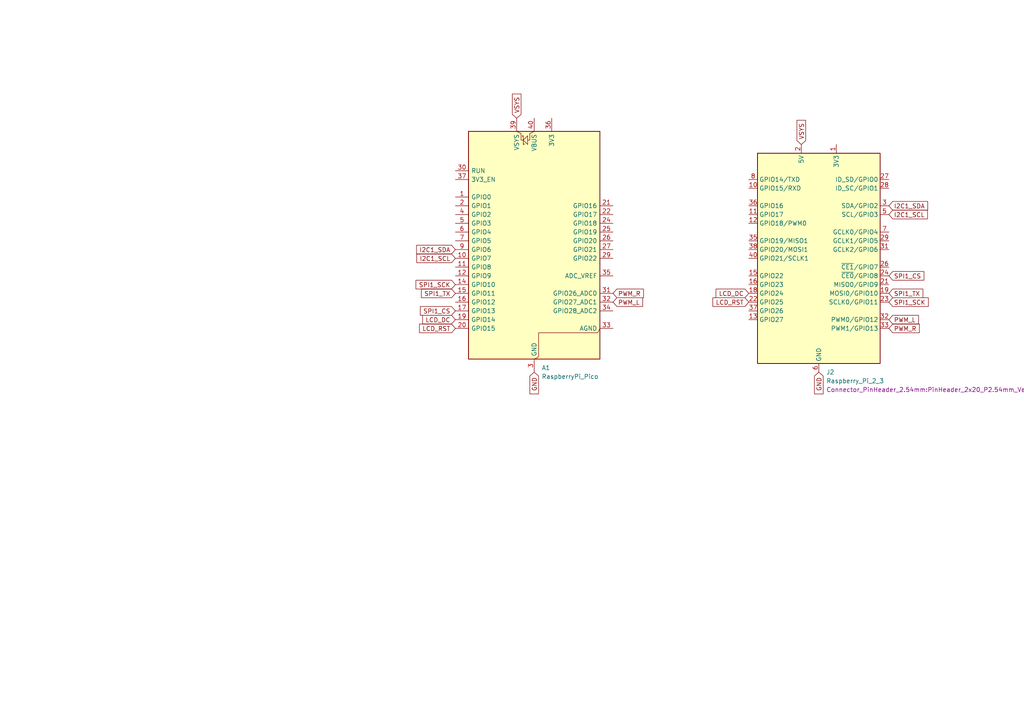
<source format=kicad_sch>
(kicad_sch
	(version 20250114)
	(generator "eeschema")
	(generator_version "9.0")
	(uuid "c5bdeabf-6487-4db8-9c1c-0d1931dcac2b")
	(paper "A4")
	(lib_symbols
		(symbol "MCU_Module:RaspberryPi_Pico"
			(pin_names
				(offset 0.762)
			)
			(exclude_from_sim no)
			(in_bom yes)
			(on_board yes)
			(property "Reference" "A"
				(at -19.05 35.56 0)
				(effects
					(font
						(size 1.27 1.27)
					)
					(justify left)
				)
			)
			(property "Value" "RaspberryPi_Pico"
				(at 7.62 35.56 0)
				(effects
					(font
						(size 1.27 1.27)
					)
					(justify left)
				)
			)
			(property "Footprint" "Module:RaspberryPi_Pico_Common_Unspecified"
				(at 0 -46.99 0)
				(effects
					(font
						(size 1.27 1.27)
					)
					(hide yes)
				)
			)
			(property "Datasheet" "https://datasheets.raspberrypi.com/pico/pico-datasheet.pdf"
				(at 0 -49.53 0)
				(effects
					(font
						(size 1.27 1.27)
					)
					(hide yes)
				)
			)
			(property "Description" "Versatile and inexpensive microcontroller module powered by RP2040 dual-core Arm Cortex-M0+ processor up to 133 MHz, 264kB SRAM, 2MB QSPI flash; also supports Raspberry Pi Pico 2"
				(at 0 -52.07 0)
				(effects
					(font
						(size 1.27 1.27)
					)
					(hide yes)
				)
			)
			(property "ki_keywords" "RP2350A M33 RISC-V Hazard3 usb"
				(at 0 0 0)
				(effects
					(font
						(size 1.27 1.27)
					)
					(hide yes)
				)
			)
			(property "ki_fp_filters" "RaspberryPi?Pico?Common* RaspberryPi?Pico?SMD*"
				(at 0 0 0)
				(effects
					(font
						(size 1.27 1.27)
					)
					(hide yes)
				)
			)
			(symbol "RaspberryPi_Pico_0_1"
				(rectangle
					(start -19.05 34.29)
					(end 19.05 -31.75)
					(stroke
						(width 0.254)
						(type default)
					)
					(fill
						(type background)
					)
				)
				(polyline
					(pts
						(xy -5.08 34.29) (xy -3.81 33.655) (xy -3.81 31.75) (xy -3.175 31.75)
					)
					(stroke
						(width 0)
						(type default)
					)
					(fill
						(type none)
					)
				)
				(polyline
					(pts
						(xy -3.429 32.766) (xy -3.429 33.02) (xy -3.175 33.02) (xy -3.175 30.48) (xy -2.921 30.48) (xy -2.921 30.734)
					)
					(stroke
						(width 0)
						(type default)
					)
					(fill
						(type none)
					)
				)
				(polyline
					(pts
						(xy -3.175 31.75) (xy -1.905 33.02) (xy -1.905 30.48) (xy -3.175 31.75)
					)
					(stroke
						(width 0)
						(type default)
					)
					(fill
						(type none)
					)
				)
				(polyline
					(pts
						(xy 0 34.29) (xy -1.27 33.655) (xy -1.27 31.75) (xy -1.905 31.75)
					)
					(stroke
						(width 0)
						(type default)
					)
					(fill
						(type none)
					)
				)
				(polyline
					(pts
						(xy 0 -31.75) (xy 1.27 -31.115) (xy 1.27 -24.13) (xy 18.415 -24.13) (xy 19.05 -22.86)
					)
					(stroke
						(width 0)
						(type default)
					)
					(fill
						(type none)
					)
				)
			)
			(symbol "RaspberryPi_Pico_1_1"
				(pin passive line
					(at -22.86 22.86 0)
					(length 3.81)
					(name "RUN"
						(effects
							(font
								(size 1.27 1.27)
							)
						)
					)
					(number "30"
						(effects
							(font
								(size 1.27 1.27)
							)
						)
					)
					(alternate "~{RESET}" passive line)
				)
				(pin passive line
					(at -22.86 20.32 0)
					(length 3.81)
					(name "3V3_EN"
						(effects
							(font
								(size 1.27 1.27)
							)
						)
					)
					(number "37"
						(effects
							(font
								(size 1.27 1.27)
							)
						)
					)
					(alternate "~{3V3_DISABLE}" passive line)
				)
				(pin bidirectional line
					(at -22.86 15.24 0)
					(length 3.81)
					(name "GPIO0"
						(effects
							(font
								(size 1.27 1.27)
							)
						)
					)
					(number "1"
						(effects
							(font
								(size 1.27 1.27)
							)
						)
					)
					(alternate "I2C0_SDA" bidirectional line)
					(alternate "PWM0_A" output line)
					(alternate "SPI0_RX" input line)
					(alternate "UART0_TX" output line)
					(alternate "USB_OVCUR_DET" input line)
				)
				(pin bidirectional line
					(at -22.86 12.7 0)
					(length 3.81)
					(name "GPIO1"
						(effects
							(font
								(size 1.27 1.27)
							)
						)
					)
					(number "2"
						(effects
							(font
								(size 1.27 1.27)
							)
						)
					)
					(alternate "I2C0_SCL" bidirectional clock)
					(alternate "PWM0_B" bidirectional line)
					(alternate "UART0_RX" input line)
					(alternate "USB_VBUS_DET" passive line)
					(alternate "~{SPI0_CSn}" bidirectional line)
				)
				(pin bidirectional line
					(at -22.86 10.16 0)
					(length 3.81)
					(name "GPIO2"
						(effects
							(font
								(size 1.27 1.27)
							)
						)
					)
					(number "4"
						(effects
							(font
								(size 1.27 1.27)
							)
						)
					)
					(alternate "I2C1_SDA" bidirectional line)
					(alternate "PWM1_A" output line)
					(alternate "SPI0_SCK" bidirectional clock)
					(alternate "UART0_CTS" input line)
					(alternate "USB_VBUS_EN" output line)
				)
				(pin bidirectional line
					(at -22.86 7.62 0)
					(length 3.81)
					(name "GPIO3"
						(effects
							(font
								(size 1.27 1.27)
							)
						)
					)
					(number "5"
						(effects
							(font
								(size 1.27 1.27)
							)
						)
					)
					(alternate "I2C1_SCL" bidirectional clock)
					(alternate "PWM1_B" bidirectional line)
					(alternate "SPI0_TX" output line)
					(alternate "UART0_RTS" output line)
					(alternate "USB_OVCUR_DET" input line)
				)
				(pin bidirectional line
					(at -22.86 5.08 0)
					(length 3.81)
					(name "GPIO4"
						(effects
							(font
								(size 1.27 1.27)
							)
						)
					)
					(number "6"
						(effects
							(font
								(size 1.27 1.27)
							)
						)
					)
					(alternate "I2C0_SDA" bidirectional line)
					(alternate "PWM2_A" output line)
					(alternate "SPI0_RX" input line)
					(alternate "UART1_TX" output line)
					(alternate "USB_VBUS_DET" input line)
				)
				(pin bidirectional line
					(at -22.86 2.54 0)
					(length 3.81)
					(name "GPIO5"
						(effects
							(font
								(size 1.27 1.27)
							)
						)
					)
					(number "7"
						(effects
							(font
								(size 1.27 1.27)
							)
						)
					)
					(alternate "I2C0_SCL" bidirectional clock)
					(alternate "PWM2_B" bidirectional line)
					(alternate "UART1_RX" input line)
					(alternate "USB_VBUS_EN" output line)
					(alternate "~{SPI0_CSn}" bidirectional line)
				)
				(pin bidirectional line
					(at -22.86 0 0)
					(length 3.81)
					(name "GPIO6"
						(effects
							(font
								(size 1.27 1.27)
							)
						)
					)
					(number "9"
						(effects
							(font
								(size 1.27 1.27)
							)
						)
					)
					(alternate "I2C1_SDA" bidirectional line)
					(alternate "PWM3_A" output line)
					(alternate "SPI0_SCK" bidirectional clock)
					(alternate "UART1_CTS" input line)
					(alternate "USB_OVCUR_DET" input line)
				)
				(pin bidirectional line
					(at -22.86 -2.54 0)
					(length 3.81)
					(name "GPIO7"
						(effects
							(font
								(size 1.27 1.27)
							)
						)
					)
					(number "10"
						(effects
							(font
								(size 1.27 1.27)
							)
						)
					)
					(alternate "I2C1_SCL" bidirectional clock)
					(alternate "PWM3_B" bidirectional line)
					(alternate "SPI0_TX" output line)
					(alternate "UART1_RTS" output line)
					(alternate "USB_VBUS_DET" input line)
				)
				(pin bidirectional line
					(at -22.86 -5.08 0)
					(length 3.81)
					(name "GPIO8"
						(effects
							(font
								(size 1.27 1.27)
							)
						)
					)
					(number "11"
						(effects
							(font
								(size 1.27 1.27)
							)
						)
					)
					(alternate "I2C0_SDA" bidirectional line)
					(alternate "PWM4_A" output line)
					(alternate "SPI1_RX" input line)
					(alternate "UART1_TX" output line)
					(alternate "USB_VBUS_EN" output line)
				)
				(pin bidirectional line
					(at -22.86 -7.62 0)
					(length 3.81)
					(name "GPIO9"
						(effects
							(font
								(size 1.27 1.27)
							)
						)
					)
					(number "12"
						(effects
							(font
								(size 1.27 1.27)
							)
						)
					)
					(alternate "I2C0_SCL" bidirectional clock)
					(alternate "PWM4_B" bidirectional line)
					(alternate "UART1_RX" input line)
					(alternate "USB_OVCUR_DET" input line)
					(alternate "~{SPI1_CSn}" bidirectional line)
				)
				(pin bidirectional line
					(at -22.86 -10.16 0)
					(length 3.81)
					(name "GPIO10"
						(effects
							(font
								(size 1.27 1.27)
							)
						)
					)
					(number "14"
						(effects
							(font
								(size 1.27 1.27)
							)
						)
					)
					(alternate "I2C1_SDA" bidirectional line)
					(alternate "PWM5_A" output line)
					(alternate "SPI1_SCK" bidirectional clock)
					(alternate "UART1_CTS" input line)
					(alternate "USB_VBUS_DET" input line)
				)
				(pin bidirectional line
					(at -22.86 -12.7 0)
					(length 3.81)
					(name "GPIO11"
						(effects
							(font
								(size 1.27 1.27)
							)
						)
					)
					(number "15"
						(effects
							(font
								(size 1.27 1.27)
							)
						)
					)
					(alternate "I2C1_SCL" bidirectional clock)
					(alternate "PWM5_B" bidirectional line)
					(alternate "SPI1_TX" output line)
					(alternate "UART1_RTS" output line)
					(alternate "USB_VBUS_EN" output line)
				)
				(pin bidirectional line
					(at -22.86 -15.24 0)
					(length 3.81)
					(name "GPIO12"
						(effects
							(font
								(size 1.27 1.27)
							)
						)
					)
					(number "16"
						(effects
							(font
								(size 1.27 1.27)
							)
						)
					)
					(alternate "I2C0_SDA" bidirectional line)
					(alternate "PWM6_A" output line)
					(alternate "SPI1_RX" input line)
					(alternate "UART0_TX" output line)
					(alternate "USB_OVCUR_DET" input line)
				)
				(pin bidirectional line
					(at -22.86 -17.78 0)
					(length 3.81)
					(name "GPIO13"
						(effects
							(font
								(size 1.27 1.27)
							)
						)
					)
					(number "17"
						(effects
							(font
								(size 1.27 1.27)
							)
						)
					)
					(alternate "I2C0_SCL" bidirectional clock)
					(alternate "PWM6_B" bidirectional line)
					(alternate "UART0_RX" input line)
					(alternate "USB_VBUS_DET" input line)
					(alternate "~{SPI1_CSn}" bidirectional line)
				)
				(pin bidirectional line
					(at -22.86 -20.32 0)
					(length 3.81)
					(name "GPIO14"
						(effects
							(font
								(size 1.27 1.27)
							)
						)
					)
					(number "19"
						(effects
							(font
								(size 1.27 1.27)
							)
						)
					)
					(alternate "I2C1_SDA" bidirectional line)
					(alternate "PWM7_A" output line)
					(alternate "SPI1_SCK" bidirectional clock)
					(alternate "UART0_CTS" input line)
					(alternate "USB_VBUS_EN" output line)
				)
				(pin bidirectional line
					(at -22.86 -22.86 0)
					(length 3.81)
					(name "GPIO15"
						(effects
							(font
								(size 1.27 1.27)
							)
						)
					)
					(number "20"
						(effects
							(font
								(size 1.27 1.27)
							)
						)
					)
					(alternate "I2C1_SCL" bidirectional clock)
					(alternate "PWM7_B" bidirectional line)
					(alternate "SPI1_TX" output line)
					(alternate "UART0_RTS" output line)
					(alternate "USB_OVCUR_DET" input line)
				)
				(pin power_in line
					(at -5.08 38.1 270)
					(length 3.81)
					(name "VSYS"
						(effects
							(font
								(size 1.27 1.27)
							)
						)
					)
					(number "39"
						(effects
							(font
								(size 1.27 1.27)
							)
						)
					)
					(alternate "VSYS_OUT" power_out line)
				)
				(pin power_out line
					(at 0 38.1 270)
					(length 3.81)
					(name "VBUS"
						(effects
							(font
								(size 1.27 1.27)
							)
						)
					)
					(number "40"
						(effects
							(font
								(size 1.27 1.27)
							)
						)
					)
					(alternate "VBUS_IN" power_in line)
				)
				(pin passive line
					(at 0 -35.56 90)
					(length 3.81)
					(hide yes)
					(name "GND"
						(effects
							(font
								(size 1.27 1.27)
							)
						)
					)
					(number "13"
						(effects
							(font
								(size 1.27 1.27)
							)
						)
					)
				)
				(pin passive line
					(at 0 -35.56 90)
					(length 3.81)
					(hide yes)
					(name "GND"
						(effects
							(font
								(size 1.27 1.27)
							)
						)
					)
					(number "18"
						(effects
							(font
								(size 1.27 1.27)
							)
						)
					)
				)
				(pin passive line
					(at 0 -35.56 90)
					(length 3.81)
					(hide yes)
					(name "GND"
						(effects
							(font
								(size 1.27 1.27)
							)
						)
					)
					(number "23"
						(effects
							(font
								(size 1.27 1.27)
							)
						)
					)
				)
				(pin passive line
					(at 0 -35.56 90)
					(length 3.81)
					(hide yes)
					(name "GND"
						(effects
							(font
								(size 1.27 1.27)
							)
						)
					)
					(number "28"
						(effects
							(font
								(size 1.27 1.27)
							)
						)
					)
				)
				(pin power_out line
					(at 0 -35.56 90)
					(length 3.81)
					(name "GND"
						(effects
							(font
								(size 1.27 1.27)
							)
						)
					)
					(number "3"
						(effects
							(font
								(size 1.27 1.27)
							)
						)
					)
					(alternate "GND_IN" power_in line)
				)
				(pin passive line
					(at 0 -35.56 90)
					(length 3.81)
					(hide yes)
					(name "GND"
						(effects
							(font
								(size 1.27 1.27)
							)
						)
					)
					(number "38"
						(effects
							(font
								(size 1.27 1.27)
							)
						)
					)
				)
				(pin passive line
					(at 0 -35.56 90)
					(length 3.81)
					(hide yes)
					(name "GND"
						(effects
							(font
								(size 1.27 1.27)
							)
						)
					)
					(number "8"
						(effects
							(font
								(size 1.27 1.27)
							)
						)
					)
				)
				(pin power_out line
					(at 5.08 38.1 270)
					(length 3.81)
					(name "3V3"
						(effects
							(font
								(size 1.27 1.27)
							)
						)
					)
					(number "36"
						(effects
							(font
								(size 1.27 1.27)
							)
						)
					)
				)
				(pin bidirectional line
					(at 22.86 12.7 180)
					(length 3.81)
					(name "GPIO16"
						(effects
							(font
								(size 1.27 1.27)
							)
						)
					)
					(number "21"
						(effects
							(font
								(size 1.27 1.27)
							)
						)
					)
					(alternate "I2C0_SDA" bidirectional line)
					(alternate "PWM0_A" output line)
					(alternate "SPI0_RX" input line)
					(alternate "UART0_TX" output line)
					(alternate "USB_VBUS_DET" input line)
				)
				(pin bidirectional line
					(at 22.86 10.16 180)
					(length 3.81)
					(name "GPIO17"
						(effects
							(font
								(size 1.27 1.27)
							)
						)
					)
					(number "22"
						(effects
							(font
								(size 1.27 1.27)
							)
						)
					)
					(alternate "I2C0_SCL" bidirectional clock)
					(alternate "PWM0_B" bidirectional line)
					(alternate "UART0_RX" input line)
					(alternate "USB_VBUS_EN" output line)
					(alternate "~{SPI0_CSn}" bidirectional line)
				)
				(pin bidirectional line
					(at 22.86 7.62 180)
					(length 3.81)
					(name "GPIO18"
						(effects
							(font
								(size 1.27 1.27)
							)
						)
					)
					(number "24"
						(effects
							(font
								(size 1.27 1.27)
							)
						)
					)
					(alternate "I2C1_SDA" bidirectional line)
					(alternate "PWM1_A" output line)
					(alternate "SPI0_SCK" bidirectional clock)
					(alternate "UART0_CTS" input line)
					(alternate "USB_OVCUR_DET" input line)
				)
				(pin bidirectional line
					(at 22.86 5.08 180)
					(length 3.81)
					(name "GPIO19"
						(effects
							(font
								(size 1.27 1.27)
							)
						)
					)
					(number "25"
						(effects
							(font
								(size 1.27 1.27)
							)
						)
					)
					(alternate "I2C1_SCL" bidirectional clock)
					(alternate "PWM1_B" bidirectional line)
					(alternate "SPI0_TX" output line)
					(alternate "UART0_RTS" output line)
					(alternate "USB_VBUS_DET" input line)
				)
				(pin bidirectional line
					(at 22.86 2.54 180)
					(length 3.81)
					(name "GPIO20"
						(effects
							(font
								(size 1.27 1.27)
							)
						)
					)
					(number "26"
						(effects
							(font
								(size 1.27 1.27)
							)
						)
					)
					(alternate "CLOCK_GPIN0" input clock)
					(alternate "I2C0_SDA" bidirectional line)
					(alternate "PWM2_A" output line)
					(alternate "SPI0_RX" input line)
					(alternate "UART1_TX" output line)
					(alternate "USB_VBUS_EN" output line)
				)
				(pin bidirectional line
					(at 22.86 0 180)
					(length 3.81)
					(name "GPIO21"
						(effects
							(font
								(size 1.27 1.27)
							)
						)
					)
					(number "27"
						(effects
							(font
								(size 1.27 1.27)
							)
						)
					)
					(alternate "CLOCK_GPOUT0" output clock)
					(alternate "I2C0_SCL" bidirectional clock)
					(alternate "PWM2_B" bidirectional line)
					(alternate "UART1_RX" input line)
					(alternate "USB_OVCUR_DET" input line)
					(alternate "~{SPI0_CSn}" bidirectional line)
				)
				(pin bidirectional line
					(at 22.86 -2.54 180)
					(length 3.81)
					(name "GPIO22"
						(effects
							(font
								(size 1.27 1.27)
							)
						)
					)
					(number "29"
						(effects
							(font
								(size 1.27 1.27)
							)
						)
					)
					(alternate "CLOCK_GPIN1" input clock)
					(alternate "I2C1_SDA" bidirectional line)
					(alternate "PWM3_A" output line)
					(alternate "SPI0_SCK" bidirectional clock)
					(alternate "UART1_CTS" input line)
					(alternate "USB_VBUS_DET" input line)
				)
				(pin power_in line
					(at 22.86 -7.62 180)
					(length 3.81)
					(name "ADC_VREF"
						(effects
							(font
								(size 1.27 1.27)
							)
						)
					)
					(number "35"
						(effects
							(font
								(size 1.27 1.27)
							)
						)
					)
				)
				(pin bidirectional line
					(at 22.86 -12.7 180)
					(length 3.81)
					(name "GPIO26_ADC0"
						(effects
							(font
								(size 1.27 1.27)
							)
						)
					)
					(number "31"
						(effects
							(font
								(size 1.27 1.27)
							)
						)
					)
					(alternate "ADC0" input line)
					(alternate "GPIO26" bidirectional line)
					(alternate "I2C1_SDA" bidirectional line)
					(alternate "PWM5_A" output line)
					(alternate "SPI1_SCK" bidirectional clock)
					(alternate "UART1_CTS" input line)
					(alternate "USB_VBUS_EN" output line)
				)
				(pin bidirectional line
					(at 22.86 -15.24 180)
					(length 3.81)
					(name "GPIO27_ADC1"
						(effects
							(font
								(size 1.27 1.27)
							)
						)
					)
					(number "32"
						(effects
							(font
								(size 1.27 1.27)
							)
						)
					)
					(alternate "ADC1" input line)
					(alternate "GPIO27" bidirectional line)
					(alternate "I2C1_SCL" bidirectional clock)
					(alternate "PWM5_B" bidirectional line)
					(alternate "SPI1_TX" output line)
					(alternate "UART1_RTS" output line)
					(alternate "USB_OVCUR_DET" input line)
				)
				(pin bidirectional line
					(at 22.86 -17.78 180)
					(length 3.81)
					(name "GPIO28_ADC2"
						(effects
							(font
								(size 1.27 1.27)
							)
						)
					)
					(number "34"
						(effects
							(font
								(size 1.27 1.27)
							)
						)
					)
					(alternate "ADC2" input line)
					(alternate "GPIO28" bidirectional line)
					(alternate "I2C0_SDA" bidirectional line)
					(alternate "PWM6_A" output line)
					(alternate "SPI1_RX" input line)
					(alternate "UART0_TX" output line)
					(alternate "USB_VBUS_DET" input line)
				)
				(pin power_out line
					(at 22.86 -22.86 180)
					(length 3.81)
					(name "AGND"
						(effects
							(font
								(size 1.27 1.27)
							)
						)
					)
					(number "33"
						(effects
							(font
								(size 1.27 1.27)
							)
						)
					)
					(alternate "GND" passive line)
				)
			)
			(embedded_fonts no)
		)
		(symbol "Raspberry_Pi_2_3_1"
			(exclude_from_sim no)
			(in_bom yes)
			(on_board yes)
			(property "Reference" "J"
				(at -17.78 31.75 0)
				(effects
					(font
						(size 1.27 1.27)
					)
					(justify left bottom)
				)
			)
			(property "Value" "Raspberry_Pi_2_3"
				(at 10.16 -31.75 0)
				(effects
					(font
						(size 1.27 1.27)
					)
					(justify left top)
				)
			)
			(property "Footprint" "Connector_PinHeader_2.54mm:PinHeader_2x20_P2.54mm_Vertical"
				(at 0 0 0)
				(effects
					(font
						(size 1.27 1.27)
					)
				)
			)
			(property "Datasheet" "https://www.raspberrypi.org/documentation/hardware/raspberrypi/schematics/rpi_SCH_3bplus_1p0_reduced.pdf"
				(at 60.96 -44.45 0)
				(effects
					(font
						(size 1.27 1.27)
					)
					(hide yes)
				)
			)
			(property "Description" "expansion header for Raspberry Pi 2 & 3"
				(at 0 0 0)
				(effects
					(font
						(size 1.27 1.27)
					)
					(hide yes)
				)
			)
			(property "ki_keywords" "raspberrypi gpio"
				(at 0 0 0)
				(effects
					(font
						(size 1.27 1.27)
					)
					(hide yes)
				)
			)
			(property "ki_fp_filters" "PinHeader*2x20*P2.54mm*Vertical* PinSocket*2x20*P2.54mm*Vertical*"
				(at 0 0 0)
				(effects
					(font
						(size 1.27 1.27)
					)
					(hide yes)
				)
			)
			(symbol "Raspberry_Pi_2_3_1_0_1"
				(rectangle
					(start -17.78 30.48)
					(end 17.78 -30.48)
					(stroke
						(width 0.254)
						(type default)
					)
					(fill
						(type background)
					)
				)
			)
			(symbol "Raspberry_Pi_2_3_1_1_1"
				(pin bidirectional line
					(at -20.32 22.86 0)
					(length 2.54)
					(name "GPIO14/TXD"
						(effects
							(font
								(size 1.27 1.27)
							)
						)
					)
					(number "8"
						(effects
							(font
								(size 1.27 1.27)
							)
						)
					)
				)
				(pin bidirectional line
					(at -20.32 20.32 0)
					(length 2.54)
					(name "GPIO15/RXD"
						(effects
							(font
								(size 1.27 1.27)
							)
						)
					)
					(number "10"
						(effects
							(font
								(size 1.27 1.27)
							)
						)
					)
				)
				(pin bidirectional line
					(at -20.32 15.24 0)
					(length 2.54)
					(name "GPIO16"
						(effects
							(font
								(size 1.27 1.27)
							)
						)
					)
					(number "36"
						(effects
							(font
								(size 1.27 1.27)
							)
						)
					)
				)
				(pin bidirectional line
					(at -20.32 12.7 0)
					(length 2.54)
					(name "GPIO17"
						(effects
							(font
								(size 1.27 1.27)
							)
						)
					)
					(number "11"
						(effects
							(font
								(size 1.27 1.27)
							)
						)
					)
				)
				(pin bidirectional line
					(at -20.32 10.16 0)
					(length 2.54)
					(name "GPIO18/PWM0"
						(effects
							(font
								(size 1.27 1.27)
							)
						)
					)
					(number "12"
						(effects
							(font
								(size 1.27 1.27)
							)
						)
					)
				)
				(pin bidirectional line
					(at -20.32 5.08 0)
					(length 2.54)
					(name "GPIO19/MISO1"
						(effects
							(font
								(size 1.27 1.27)
							)
						)
					)
					(number "35"
						(effects
							(font
								(size 1.27 1.27)
							)
						)
					)
				)
				(pin bidirectional line
					(at -20.32 2.54 0)
					(length 2.54)
					(name "GPIO20/MOSI1"
						(effects
							(font
								(size 1.27 1.27)
							)
						)
					)
					(number "38"
						(effects
							(font
								(size 1.27 1.27)
							)
						)
					)
				)
				(pin bidirectional line
					(at -20.32 0 0)
					(length 2.54)
					(name "GPIO21/SCLK1"
						(effects
							(font
								(size 1.27 1.27)
							)
						)
					)
					(number "40"
						(effects
							(font
								(size 1.27 1.27)
							)
						)
					)
				)
				(pin bidirectional line
					(at -20.32 -5.08 0)
					(length 2.54)
					(name "GPIO22"
						(effects
							(font
								(size 1.27 1.27)
							)
						)
					)
					(number "15"
						(effects
							(font
								(size 1.27 1.27)
							)
						)
					)
				)
				(pin bidirectional line
					(at -20.32 -7.62 0)
					(length 2.54)
					(name "GPIO23"
						(effects
							(font
								(size 1.27 1.27)
							)
						)
					)
					(number "16"
						(effects
							(font
								(size 1.27 1.27)
							)
						)
					)
				)
				(pin bidirectional line
					(at -20.32 -10.16 0)
					(length 2.54)
					(name "GPIO24"
						(effects
							(font
								(size 1.27 1.27)
							)
						)
					)
					(number "18"
						(effects
							(font
								(size 1.27 1.27)
							)
						)
					)
				)
				(pin bidirectional line
					(at -20.32 -12.7 0)
					(length 2.54)
					(name "GPIO25"
						(effects
							(font
								(size 1.27 1.27)
							)
						)
					)
					(number "22"
						(effects
							(font
								(size 1.27 1.27)
							)
						)
					)
				)
				(pin bidirectional line
					(at -20.32 -15.24 0)
					(length 2.54)
					(name "GPIO26"
						(effects
							(font
								(size 1.27 1.27)
							)
						)
					)
					(number "37"
						(effects
							(font
								(size 1.27 1.27)
							)
						)
					)
				)
				(pin bidirectional line
					(at -20.32 -17.78 0)
					(length 2.54)
					(name "GPIO27"
						(effects
							(font
								(size 1.27 1.27)
							)
						)
					)
					(number "13"
						(effects
							(font
								(size 1.27 1.27)
							)
						)
					)
				)
				(pin power_in line
					(at -5.08 33.02 270)
					(length 2.54)
					(name "5V"
						(effects
							(font
								(size 1.27 1.27)
							)
						)
					)
					(number "2"
						(effects
							(font
								(size 1.27 1.27)
							)
						)
					)
				)
				(pin passive line
					(at -5.08 33.02 270)
					(length 2.54)
					(hide yes)
					(name "5V"
						(effects
							(font
								(size 1.27 1.27)
							)
						)
					)
					(number "4"
						(effects
							(font
								(size 1.27 1.27)
							)
						)
					)
				)
				(pin passive line
					(at 0 -33.02 90)
					(length 2.54)
					(hide yes)
					(name "GND"
						(effects
							(font
								(size 1.27 1.27)
							)
						)
					)
					(number "14"
						(effects
							(font
								(size 1.27 1.27)
							)
						)
					)
				)
				(pin passive line
					(at 0 -33.02 90)
					(length 2.54)
					(hide yes)
					(name "GND"
						(effects
							(font
								(size 1.27 1.27)
							)
						)
					)
					(number "20"
						(effects
							(font
								(size 1.27 1.27)
							)
						)
					)
				)
				(pin passive line
					(at 0 -33.02 90)
					(length 2.54)
					(hide yes)
					(name "GND"
						(effects
							(font
								(size 1.27 1.27)
							)
						)
					)
					(number "25"
						(effects
							(font
								(size 1.27 1.27)
							)
						)
					)
				)
				(pin passive line
					(at 0 -33.02 90)
					(length 2.54)
					(hide yes)
					(name "GND"
						(effects
							(font
								(size 1.27 1.27)
							)
						)
					)
					(number "30"
						(effects
							(font
								(size 1.27 1.27)
							)
						)
					)
				)
				(pin passive line
					(at 0 -33.02 90)
					(length 2.54)
					(hide yes)
					(name "GND"
						(effects
							(font
								(size 1.27 1.27)
							)
						)
					)
					(number "34"
						(effects
							(font
								(size 1.27 1.27)
							)
						)
					)
				)
				(pin passive line
					(at 0 -33.02 90)
					(length 2.54)
					(hide yes)
					(name "GND"
						(effects
							(font
								(size 1.27 1.27)
							)
						)
					)
					(number "39"
						(effects
							(font
								(size 1.27 1.27)
							)
						)
					)
				)
				(pin power_in line
					(at 0 -33.02 90)
					(length 2.54)
					(name "GND"
						(effects
							(font
								(size 1.27 1.27)
							)
						)
					)
					(number "6"
						(effects
							(font
								(size 1.27 1.27)
							)
						)
					)
				)
				(pin passive line
					(at 0 -33.02 90)
					(length 2.54)
					(hide yes)
					(name "GND"
						(effects
							(font
								(size 1.27 1.27)
							)
						)
					)
					(number "9"
						(effects
							(font
								(size 1.27 1.27)
							)
						)
					)
				)
				(pin power_in line
					(at 5.08 33.02 270)
					(length 2.54)
					(name "3V3"
						(effects
							(font
								(size 1.27 1.27)
							)
						)
					)
					(number "1"
						(effects
							(font
								(size 1.27 1.27)
							)
						)
					)
				)
				(pin passive line
					(at 5.08 33.02 270)
					(length 2.54)
					(hide yes)
					(name "3V3"
						(effects
							(font
								(size 1.27 1.27)
							)
						)
					)
					(number "17"
						(effects
							(font
								(size 1.27 1.27)
							)
						)
					)
				)
				(pin bidirectional line
					(at 20.32 22.86 180)
					(length 2.54)
					(name "ID_SD/GPIO0"
						(effects
							(font
								(size 1.27 1.27)
							)
						)
					)
					(number "27"
						(effects
							(font
								(size 1.27 1.27)
							)
						)
					)
				)
				(pin bidirectional line
					(at 20.32 20.32 180)
					(length 2.54)
					(name "ID_SC/GPIO1"
						(effects
							(font
								(size 1.27 1.27)
							)
						)
					)
					(number "28"
						(effects
							(font
								(size 1.27 1.27)
							)
						)
					)
				)
				(pin bidirectional line
					(at 20.32 15.24 180)
					(length 2.54)
					(name "SDA/GPIO2"
						(effects
							(font
								(size 1.27 1.27)
							)
						)
					)
					(number "3"
						(effects
							(font
								(size 1.27 1.27)
							)
						)
					)
				)
				(pin bidirectional line
					(at 20.32 12.7 180)
					(length 2.54)
					(name "SCL/GPIO3"
						(effects
							(font
								(size 1.27 1.27)
							)
						)
					)
					(number "5"
						(effects
							(font
								(size 1.27 1.27)
							)
						)
					)
				)
				(pin bidirectional line
					(at 20.32 7.62 180)
					(length 2.54)
					(name "GCLK0/GPIO4"
						(effects
							(font
								(size 1.27 1.27)
							)
						)
					)
					(number "7"
						(effects
							(font
								(size 1.27 1.27)
							)
						)
					)
				)
				(pin bidirectional line
					(at 20.32 5.08 180)
					(length 2.54)
					(name "GCLK1/GPIO5"
						(effects
							(font
								(size 1.27 1.27)
							)
						)
					)
					(number "29"
						(effects
							(font
								(size 1.27 1.27)
							)
						)
					)
				)
				(pin bidirectional line
					(at 20.32 2.54 180)
					(length 2.54)
					(name "GCLK2/GPIO6"
						(effects
							(font
								(size 1.27 1.27)
							)
						)
					)
					(number "31"
						(effects
							(font
								(size 1.27 1.27)
							)
						)
					)
				)
				(pin bidirectional line
					(at 20.32 -2.54 180)
					(length 2.54)
					(name "~{CE1}/GPIO7"
						(effects
							(font
								(size 1.27 1.27)
							)
						)
					)
					(number "26"
						(effects
							(font
								(size 1.27 1.27)
							)
						)
					)
				)
				(pin bidirectional line
					(at 20.32 -5.08 180)
					(length 2.54)
					(name "~{CE0}/GPIO8"
						(effects
							(font
								(size 1.27 1.27)
							)
						)
					)
					(number "24"
						(effects
							(font
								(size 1.27 1.27)
							)
						)
					)
				)
				(pin bidirectional line
					(at 20.32 -7.62 180)
					(length 2.54)
					(name "MISO0/GPIO9"
						(effects
							(font
								(size 1.27 1.27)
							)
						)
					)
					(number "21"
						(effects
							(font
								(size 1.27 1.27)
							)
						)
					)
				)
				(pin bidirectional line
					(at 20.32 -10.16 180)
					(length 2.54)
					(name "MOSI0/GPIO10"
						(effects
							(font
								(size 1.27 1.27)
							)
						)
					)
					(number "19"
						(effects
							(font
								(size 1.27 1.27)
							)
						)
					)
				)
				(pin bidirectional line
					(at 20.32 -12.7 180)
					(length 2.54)
					(name "SCLK0/GPIO11"
						(effects
							(font
								(size 1.27 1.27)
							)
						)
					)
					(number "23"
						(effects
							(font
								(size 1.27 1.27)
							)
						)
					)
				)
				(pin bidirectional line
					(at 20.32 -17.78 180)
					(length 2.54)
					(name "PWM0/GPIO12"
						(effects
							(font
								(size 1.27 1.27)
							)
						)
					)
					(number "32"
						(effects
							(font
								(size 1.27 1.27)
							)
						)
					)
				)
				(pin bidirectional line
					(at 20.32 -20.32 180)
					(length 2.54)
					(name "PWM1/GPIO13"
						(effects
							(font
								(size 1.27 1.27)
							)
						)
					)
					(number "33"
						(effects
							(font
								(size 1.27 1.27)
							)
						)
					)
				)
			)
			(embedded_fonts no)
		)
	)
	(global_label "I2C1_SCL"
		(shape input)
		(at 257.81 62.23 0)
		(fields_autoplaced yes)
		(effects
			(font
				(size 1.27 1.27)
			)
			(justify left)
		)
		(uuid "0147b50f-196a-4b32-a2f8-dc82e075fffd")
		(property "Intersheetrefs" "${INTERSHEET_REFS}"
			(at 269.5642 62.23 0)
			(effects
				(font
					(size 1.27 1.27)
				)
				(justify left)
				(hide yes)
			)
		)
	)
	(global_label "PWM_R"
		(shape input)
		(at 257.81 95.25 0)
		(fields_autoplaced yes)
		(effects
			(font
				(size 1.27 1.27)
			)
			(justify left)
		)
		(uuid "0e08f385-d68f-4d61-a546-5988b590a7f1")
		(property "Intersheetrefs" "${INTERSHEET_REFS}"
			(at 267.2056 95.25 0)
			(effects
				(font
					(size 1.27 1.27)
				)
				(justify left)
				(hide yes)
			)
		)
	)
	(global_label "SPI1_TX"
		(shape input)
		(at 132.08 85.09 180)
		(fields_autoplaced yes)
		(effects
			(font
				(size 1.27 1.27)
			)
			(justify right)
		)
		(uuid "10f561eb-d52b-448a-9133-3e75bc30d127")
		(property "Intersheetrefs" "${INTERSHEET_REFS}"
			(at 121.6563 85.09 0)
			(effects
				(font
					(size 1.27 1.27)
				)
				(justify right)
				(hide yes)
			)
		)
	)
	(global_label "SPI1_CS"
		(shape input)
		(at 132.08 90.17 180)
		(fields_autoplaced yes)
		(effects
			(font
				(size 1.27 1.27)
			)
			(justify right)
		)
		(uuid "26bc93fc-839e-4257-a752-a2f64925334f")
		(property "Intersheetrefs" "${INTERSHEET_REFS}"
			(at 121.3539 90.17 0)
			(effects
				(font
					(size 1.27 1.27)
				)
				(justify right)
				(hide yes)
			)
		)
	)
	(global_label "VSYS"
		(shape input)
		(at 232.41 41.91 90)
		(fields_autoplaced yes)
		(effects
			(font
				(size 1.27 1.27)
			)
			(justify left)
		)
		(uuid "2fe3d5d5-4aef-4486-a361-19c5691c689e")
		(property "Intersheetrefs" "${INTERSHEET_REFS}"
			(at 232.41 34.3286 90)
			(effects
				(font
					(size 1.27 1.27)
				)
				(justify left)
				(hide yes)
			)
		)
	)
	(global_label "GND"
		(shape input)
		(at 154.94 107.95 270)
		(fields_autoplaced yes)
		(effects
			(font
				(size 1.27 1.27)
			)
			(justify right)
		)
		(uuid "3aa1a6c4-5edc-4666-b976-d0f36361e459")
		(property "Intersheetrefs" "${INTERSHEET_REFS}"
			(at 154.94 114.8057 90)
			(effects
				(font
					(size 1.27 1.27)
				)
				(justify right)
				(hide yes)
			)
		)
	)
	(global_label "LCD_RST"
		(shape input)
		(at 132.08 95.25 180)
		(fields_autoplaced yes)
		(effects
			(font
				(size 1.27 1.27)
			)
			(justify right)
		)
		(uuid "452dff0d-bc6d-4382-a9b4-4767188d00c6")
		(property "Intersheetrefs" "${INTERSHEET_REFS}"
			(at 121.112 95.25 0)
			(effects
				(font
					(size 1.27 1.27)
				)
				(justify right)
				(hide yes)
			)
		)
	)
	(global_label "PWM_L"
		(shape input)
		(at 177.8 87.63 0)
		(fields_autoplaced yes)
		(effects
			(font
				(size 1.27 1.27)
			)
			(justify left)
		)
		(uuid "5f3bf57b-de8a-412e-8754-512c5588a8d4")
		(property "Intersheetrefs" "${INTERSHEET_REFS}"
			(at 186.9537 87.63 0)
			(effects
				(font
					(size 1.27 1.27)
				)
				(justify left)
				(hide yes)
			)
		)
	)
	(global_label "SPI1_SCK"
		(shape input)
		(at 132.08 82.55 180)
		(fields_autoplaced yes)
		(effects
			(font
				(size 1.27 1.27)
			)
			(justify right)
		)
		(uuid "6dfc52ba-a9f6-4638-a514-23a06c09df0a")
		(property "Intersheetrefs" "${INTERSHEET_REFS}"
			(at 120.0839 82.55 0)
			(effects
				(font
					(size 1.27 1.27)
				)
				(justify right)
				(hide yes)
			)
		)
	)
	(global_label "I2C1_SDA"
		(shape input)
		(at 132.08 72.39 180)
		(fields_autoplaced yes)
		(effects
			(font
				(size 1.27 1.27)
			)
			(justify right)
		)
		(uuid "72f4bddd-da13-46d4-830f-d403de8034eb")
		(property "Intersheetrefs" "${INTERSHEET_REFS}"
			(at 120.2653 72.39 0)
			(effects
				(font
					(size 1.27 1.27)
				)
				(justify right)
				(hide yes)
			)
		)
	)
	(global_label "I2C1_SCL"
		(shape input)
		(at 132.08 74.93 180)
		(fields_autoplaced yes)
		(effects
			(font
				(size 1.27 1.27)
			)
			(justify right)
		)
		(uuid "850d01b5-cb0f-496d-8734-7f0e3d6c8e58")
		(property "Intersheetrefs" "${INTERSHEET_REFS}"
			(at 120.3258 74.93 0)
			(effects
				(font
					(size 1.27 1.27)
				)
				(justify right)
				(hide yes)
			)
		)
	)
	(global_label "SPI1_CS"
		(shape input)
		(at 257.81 80.01 0)
		(fields_autoplaced yes)
		(effects
			(font
				(size 1.27 1.27)
			)
			(justify left)
		)
		(uuid "9d607f87-add3-4577-af01-3213260b97b3")
		(property "Intersheetrefs" "${INTERSHEET_REFS}"
			(at 268.5361 80.01 0)
			(effects
				(font
					(size 1.27 1.27)
				)
				(justify left)
				(hide yes)
			)
		)
	)
	(global_label "LCD_DC"
		(shape input)
		(at 132.08 92.71 180)
		(fields_autoplaced yes)
		(effects
			(font
				(size 1.27 1.27)
			)
			(justify right)
		)
		(uuid "a95ac4bf-9f32-4b20-9b72-84aa0a48ef78")
		(property "Intersheetrefs" "${INTERSHEET_REFS}"
			(at 122.0191 92.71 0)
			(effects
				(font
					(size 1.27 1.27)
				)
				(justify right)
				(hide yes)
			)
		)
	)
	(global_label "GND"
		(shape input)
		(at 237.49 107.95 270)
		(fields_autoplaced yes)
		(effects
			(font
				(size 1.27 1.27)
			)
			(justify right)
		)
		(uuid "ada8eeb9-32cd-4801-a44e-afcf93f11217")
		(property "Intersheetrefs" "${INTERSHEET_REFS}"
			(at 237.49 114.8057 90)
			(effects
				(font
					(size 1.27 1.27)
				)
				(justify right)
				(hide yes)
			)
		)
	)
	(global_label "VSYS"
		(shape input)
		(at 149.86 34.29 90)
		(fields_autoplaced yes)
		(effects
			(font
				(size 1.27 1.27)
			)
			(justify left)
		)
		(uuid "c09a2bc6-b142-46c6-a313-80dcbd0f29f6")
		(property "Intersheetrefs" "${INTERSHEET_REFS}"
			(at 149.86 26.7086 90)
			(effects
				(font
					(size 1.27 1.27)
				)
				(justify left)
				(hide yes)
			)
		)
	)
	(global_label "PWM_L"
		(shape input)
		(at 257.81 92.71 0)
		(fields_autoplaced yes)
		(effects
			(font
				(size 1.27 1.27)
			)
			(justify left)
		)
		(uuid "c182c2b7-e971-4e09-997f-39d2767909da")
		(property "Intersheetrefs" "${INTERSHEET_REFS}"
			(at 266.9637 92.71 0)
			(effects
				(font
					(size 1.27 1.27)
				)
				(justify left)
				(hide yes)
			)
		)
	)
	(global_label "I2C1_SDA"
		(shape input)
		(at 257.81 59.69 0)
		(fields_autoplaced yes)
		(effects
			(font
				(size 1.27 1.27)
			)
			(justify left)
		)
		(uuid "d6c67db8-839e-4069-8193-560e1786a414")
		(property "Intersheetrefs" "${INTERSHEET_REFS}"
			(at 269.6247 59.69 0)
			(effects
				(font
					(size 1.27 1.27)
				)
				(justify left)
				(hide yes)
			)
		)
	)
	(global_label "SPI1_TX"
		(shape input)
		(at 257.81 85.09 0)
		(fields_autoplaced yes)
		(effects
			(font
				(size 1.27 1.27)
			)
			(justify left)
		)
		(uuid "dc25cff9-4a1c-41bc-9a76-50716c650e29")
		(property "Intersheetrefs" "${INTERSHEET_REFS}"
			(at 268.2337 85.09 0)
			(effects
				(font
					(size 1.27 1.27)
				)
				(justify left)
				(hide yes)
			)
		)
	)
	(global_label "PWM_R"
		(shape input)
		(at 177.8 85.09 0)
		(fields_autoplaced yes)
		(effects
			(font
				(size 1.27 1.27)
			)
			(justify left)
		)
		(uuid "e2a7522f-844c-4d1e-8e72-ab8b26b43a0f")
		(property "Intersheetrefs" "${INTERSHEET_REFS}"
			(at 187.1956 85.09 0)
			(effects
				(font
					(size 1.27 1.27)
				)
				(justify left)
				(hide yes)
			)
		)
	)
	(global_label "LCD_DC"
		(shape input)
		(at 217.17 85.09 180)
		(fields_autoplaced yes)
		(effects
			(font
				(size 1.27 1.27)
			)
			(justify right)
		)
		(uuid "e5d38303-e6b7-405f-8e82-62e0bc16a8bf")
		(property "Intersheetrefs" "${INTERSHEET_REFS}"
			(at 207.1091 85.09 0)
			(effects
				(font
					(size 1.27 1.27)
				)
				(justify right)
				(hide yes)
			)
		)
	)
	(global_label "SPI1_SCK"
		(shape input)
		(at 257.81 87.63 0)
		(fields_autoplaced yes)
		(effects
			(font
				(size 1.27 1.27)
			)
			(justify left)
		)
		(uuid "e6f0bc4f-9274-4dae-869c-84c0c17876af")
		(property "Intersheetrefs" "${INTERSHEET_REFS}"
			(at 269.8061 87.63 0)
			(effects
				(font
					(size 1.27 1.27)
				)
				(justify left)
				(hide yes)
			)
		)
	)
	(global_label "LCD_RST"
		(shape input)
		(at 217.17 87.63 180)
		(fields_autoplaced yes)
		(effects
			(font
				(size 1.27 1.27)
			)
			(justify right)
		)
		(uuid "eb8f28d6-e142-42f5-8f05-db3e293d0ac7")
		(property "Intersheetrefs" "${INTERSHEET_REFS}"
			(at 206.202 87.63 0)
			(effects
				(font
					(size 1.27 1.27)
				)
				(justify right)
				(hide yes)
			)
		)
	)
	(symbol
		(lib_name "Raspberry_Pi_2_3_1")
		(lib_id "Raspberry_Pi_Connector:Raspberry_Pi_2_3")
		(at 237.49 74.93 0)
		(unit 1)
		(exclude_from_sim no)
		(in_bom yes)
		(on_board yes)
		(dnp no)
		(fields_autoplaced yes)
		(uuid "8fdbd23f-12b4-44ed-9f90-7800672803cc")
		(property "Reference" "J2"
			(at 239.6333 107.95 0)
			(effects
				(font
					(size 1.27 1.27)
				)
				(justify left)
			)
		)
		(property "Value" "Raspberry_Pi_2_3"
			(at 239.6333 110.49 0)
			(effects
				(font
					(size 1.27 1.27)
				)
				(justify left)
			)
		)
		(property "Footprint" "Connector_PinHeader_2.54mm:PinHeader_2x20_P2.54mm_Vertical"
			(at 239.6333 113.03 0)
			(effects
				(font
					(size 1.27 1.27)
				)
				(justify left)
			)
		)
		(property "Datasheet" "https://www.raspberrypi.org/documentation/hardware/raspberrypi/schematics/rpi_SCH_3bplus_1p0_reduced.pdf"
			(at 298.45 119.38 0)
			(effects
				(font
					(size 1.27 1.27)
				)
				(hide yes)
			)
		)
		(property "Description" "expansion header for Raspberry Pi 2 & 3"
			(at 237.49 74.93 0)
			(effects
				(font
					(size 1.27 1.27)
				)
				(hide yes)
			)
		)
		(pin "8"
			(uuid "eb82d2cd-cf86-42eb-b2f0-5e338b97adec")
		)
		(pin "10"
			(uuid "8778200c-7de9-4829-aa36-0e0d10e1c412")
		)
		(pin "36"
			(uuid "3bd76a3c-b242-453a-9910-95a93199796e")
		)
		(pin "13"
			(uuid "eb319ac6-99b1-45cf-9be3-3b08d7b7ce88")
		)
		(pin "4"
			(uuid "7630b7ee-e2f5-4418-a314-65d94d915d69")
		)
		(pin "12"
			(uuid "a3511fee-5a3d-430e-aeec-a9d4e22bd42e")
		)
		(pin "11"
			(uuid "71df6e42-c91d-4cfd-ba60-72fd0245fd0f")
		)
		(pin "40"
			(uuid "20304c5e-534d-4379-af44-1c9eec245e18")
		)
		(pin "15"
			(uuid "4c8a4366-ced5-4eed-9b98-b4c28a9524ca")
		)
		(pin "16"
			(uuid "77866f15-1a92-422d-8839-bf7cb3daa7aa")
		)
		(pin "18"
			(uuid "19f8b18d-7f72-400a-bc9a-5c93813b7cd9")
		)
		(pin "22"
			(uuid "a9a40f3c-50f7-4e4a-b252-fa497b689309")
		)
		(pin "38"
			(uuid "001d7c2a-1aab-4c97-b177-d373bc7fd301")
		)
		(pin "35"
			(uuid "32689cff-5b51-44c8-9863-3899799330e8")
		)
		(pin "37"
			(uuid "6a3ffcb2-35b3-43f3-9172-d94bbc1c7c1d")
		)
		(pin "2"
			(uuid "7f00cc04-eedc-4fda-8fcb-82cd18305ee2")
		)
		(pin "14"
			(uuid "d3356008-bd36-4628-95f3-e199bbb4cf3a")
		)
		(pin "20"
			(uuid "8221934b-32ab-4b53-85bb-3077a934b9e9")
		)
		(pin "6"
			(uuid "d8ecffbd-e008-4643-8120-8d735997096e")
		)
		(pin "7"
			(uuid "36e631b2-e1ff-4495-83d1-9166c4484f58")
		)
		(pin "23"
			(uuid "4f25661c-35e3-4e9d-9cfa-306fd74b2407")
		)
		(pin "32"
			(uuid "007cb643-8b63-45f2-a775-77dc191cd756")
		)
		(pin "25"
			(uuid "d734fd44-0935-4cbb-b879-e63740eb07e8")
		)
		(pin "3"
			(uuid "c4a98737-31aa-478a-8b85-02f65beb135d")
		)
		(pin "29"
			(uuid "62217fbf-0ecf-450a-8e7b-c55e75bf5bc5")
		)
		(pin "26"
			(uuid "eeb7b80e-26ff-4aa5-8039-aa2c6048dff6")
		)
		(pin "19"
			(uuid "1a494c56-1270-4bad-baae-c54296fdd13b")
		)
		(pin "34"
			(uuid "60a178e7-ee41-4d12-8cfe-1b4d4ca13b42")
		)
		(pin "27"
			(uuid "e6f17750-5ca8-4b91-aaea-8f2adf0d065a")
		)
		(pin "30"
			(uuid "0aab4308-b34b-4e18-9737-73e93083df78")
		)
		(pin "9"
			(uuid "51d1f4e6-8764-4f3f-a626-4e7a75e0d14a")
		)
		(pin "28"
			(uuid "bcc40bc3-b048-47dd-bb6e-f2ac792e2b6c")
		)
		(pin "31"
			(uuid "cbc33fb1-221a-4d5f-984d-a1d03cedfd3c")
		)
		(pin "24"
			(uuid "cb4f483a-99b3-4210-9c67-2e3ba1ab446b")
		)
		(pin "33"
			(uuid "d0d226c1-231f-4861-b8c5-73f47074818c")
		)
		(pin "17"
			(uuid "bf2e4ff4-bc82-4a66-a6c0-1328d6eff622")
		)
		(pin "1"
			(uuid "935e494e-04e1-4b60-b4bb-6dcce78e7936")
		)
		(pin "39"
			(uuid "7dd1e8e5-acb4-4831-bbd4-215b08ad3941")
		)
		(pin "5"
			(uuid "1e5ce11f-c5ab-403e-aed6-faa3d7d0ac96")
		)
		(pin "21"
			(uuid "b59aaf52-c571-4c28-bc9a-3d91220da899")
		)
		(instances
			(project ""
				(path "/c5bdeabf-6487-4db8-9c1c-0d1931dcac2b"
					(reference "J2")
					(unit 1)
				)
			)
		)
	)
	(symbol
		(lib_id "MCU_Module:RaspberryPi_Pico")
		(at 154.94 72.39 0)
		(unit 1)
		(exclude_from_sim no)
		(in_bom yes)
		(on_board yes)
		(dnp no)
		(fields_autoplaced yes)
		(uuid "dd0c4e5d-f486-4dac-abb8-2c456e70f71f")
		(property "Reference" "A1"
			(at 157.0833 106.68 0)
			(effects
				(font
					(size 1.27 1.27)
				)
				(justify left)
			)
		)
		(property "Value" "RaspberryPi_Pico"
			(at 157.0833 109.22 0)
			(effects
				(font
					(size 1.27 1.27)
				)
				(justify left)
			)
		)
		(property "Footprint" "Module:RaspberryPi_Pico_Common_Unspecified"
			(at 154.94 119.38 0)
			(effects
				(font
					(size 1.27 1.27)
				)
				(hide yes)
			)
		)
		(property "Datasheet" "https://datasheets.raspberrypi.com/pico/pico-datasheet.pdf"
			(at 154.94 121.92 0)
			(effects
				(font
					(size 1.27 1.27)
				)
				(hide yes)
			)
		)
		(property "Description" "Versatile and inexpensive microcontroller module powered by RP2040 dual-core Arm Cortex-M0+ processor up to 133 MHz, 264kB SRAM, 2MB QSPI flash; also supports Raspberry Pi Pico 2"
			(at 154.94 124.46 0)
			(effects
				(font
					(size 1.27 1.27)
				)
				(hide yes)
			)
		)
		(pin "30"
			(uuid "f1fc0f30-26aa-4e74-be11-592cceb38259")
		)
		(pin "7"
			(uuid "9491238a-9fc2-4e2c-9228-5634dc4b7ae9")
		)
		(pin "1"
			(uuid "24dcd0c9-11f0-479a-93be-7836ca934ba2")
		)
		(pin "20"
			(uuid "d44a9807-c80e-4365-bffd-810409a7e826")
		)
		(pin "13"
			(uuid "d50e43f5-a86a-487e-b840-14dbfd051c07")
		)
		(pin "5"
			(uuid "db5f340a-bf7a-42a9-952f-e11daec268b9")
		)
		(pin "14"
			(uuid "bb58746d-edc1-4af6-ba1e-b8d3a8857f95")
		)
		(pin "17"
			(uuid "34acea3b-84b8-4fdc-8438-67ecdfebbabe")
		)
		(pin "40"
			(uuid "aaae3a06-1b03-4df5-9ce4-a49f5cf93f46")
		)
		(pin "11"
			(uuid "7e2fee71-f10b-4149-85e0-83ebb7ed8049")
		)
		(pin "37"
			(uuid "18d34a19-70b0-401e-816e-02578803a91f")
		)
		(pin "12"
			(uuid "bdd9ecd6-d20a-4073-8e07-0f3497ac8a2f")
		)
		(pin "2"
			(uuid "623a6c65-f816-4c77-bc22-1117873f878a")
		)
		(pin "9"
			(uuid "38b0c543-0b8d-4064-992c-a16c61a52b45")
		)
		(pin "4"
			(uuid "a5b12ae1-b77d-4485-b99d-932e9830aa12")
		)
		(pin "6"
			(uuid "184f5d61-7d81-4bf9-a638-e5545a724c39")
		)
		(pin "10"
			(uuid "57522ad9-5821-4921-8857-68a83b00f422")
		)
		(pin "15"
			(uuid "6300915a-f010-4c91-ae5c-6a866613e5ff")
		)
		(pin "16"
			(uuid "29e2fe5c-2b7b-466f-908f-64ee5ada3204")
		)
		(pin "19"
			(uuid "c2e29d4a-dcd8-4763-a816-73aca764e3b1")
		)
		(pin "39"
			(uuid "60c4a8a6-5370-47cb-a7e8-4604e646068c")
		)
		(pin "32"
			(uuid "396ed317-09ba-4cff-a162-2ebcba8d2f12")
		)
		(pin "36"
			(uuid "9b30958a-afda-4052-b8ad-49de99b4c4bc")
		)
		(pin "33"
			(uuid "953bf349-ba66-46be-b017-3b2b6dc39f9a")
		)
		(pin "18"
			(uuid "11123b49-1f77-43fa-99b3-fa338cff8475")
		)
		(pin "23"
			(uuid "1bc3e944-70f7-4ff6-b800-9b1946d84139")
		)
		(pin "21"
			(uuid "017ce6ff-864b-41ad-aad0-c2b82246de9e")
		)
		(pin "22"
			(uuid "dc6f9e49-5c89-4b5b-b1a6-c0f5b882259f")
		)
		(pin "28"
			(uuid "90406f43-5669-4772-95ee-a2672ed6a661")
		)
		(pin "24"
			(uuid "d8ae243a-867a-4495-9283-8d92cd793283")
		)
		(pin "35"
			(uuid "1c99b1e1-0c3b-4705-83f2-9f60e851046a")
		)
		(pin "34"
			(uuid "822b946e-ab03-46c2-9614-4a1e9553a436")
		)
		(pin "25"
			(uuid "05e55201-72fb-4c10-8757-f03bbea637b7")
		)
		(pin "8"
			(uuid "20913d7c-c270-4d4c-a515-ab22fc19dc55")
		)
		(pin "38"
			(uuid "25480a16-6f75-49cd-9804-0422ed5d704f")
		)
		(pin "27"
			(uuid "d1ab5931-3bd5-48b2-8839-358efa955da4")
		)
		(pin "29"
			(uuid "dd3fcb16-756d-4a3f-b23d-0da260beac69")
		)
		(pin "3"
			(uuid "95ac4cbd-d5dc-4d03-8328-676ac1ea7403")
		)
		(pin "31"
			(uuid "2889f90a-7158-4b79-859b-2c47d72d8458")
		)
		(pin "26"
			(uuid "b45c92e3-d3f9-4bf9-b17d-ad2c776f3fdc")
		)
		(instances
			(project ""
				(path "/c5bdeabf-6487-4db8-9c1c-0d1931dcac2b"
					(reference "A1")
					(unit 1)
				)
			)
		)
	)
	(sheet_instances
		(path "/"
			(page "1")
		)
	)
	(embedded_fonts no)
)

</source>
